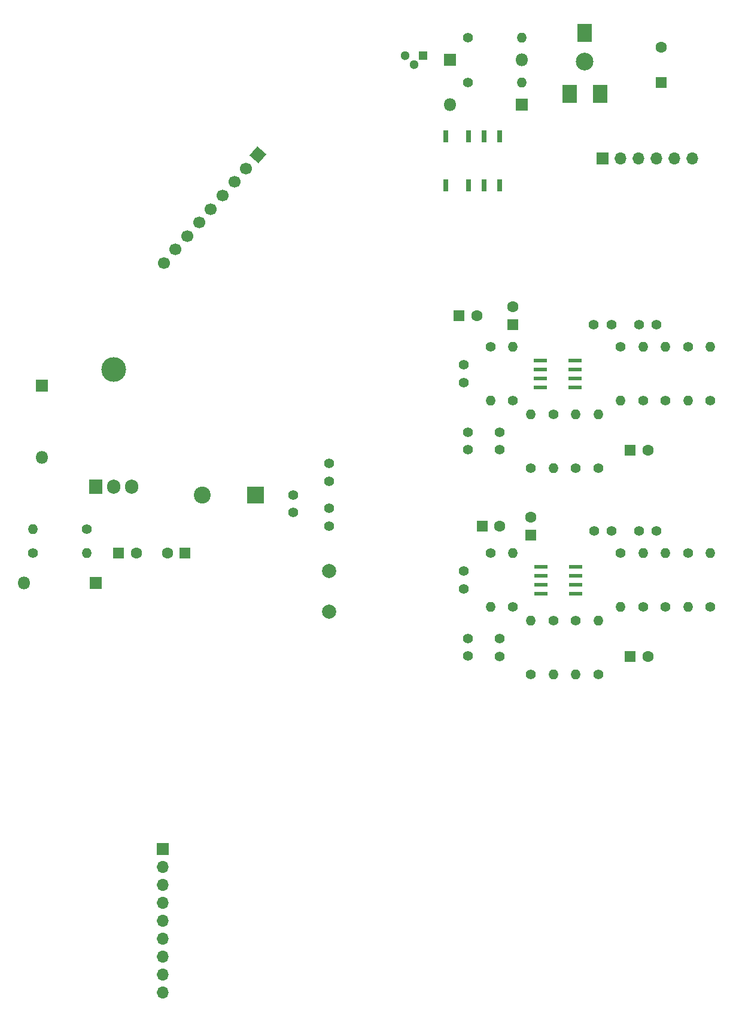
<source format=gbr>
%TF.GenerationSoftware,KiCad,Pcbnew,8.0.7-8.0.7-0~ubuntu22.04.1*%
%TF.CreationDate,2025-01-06T19:22:07+01:00*%
%TF.ProjectId,RIAA,52494141-2e6b-4696-9361-645f70636258,0.1*%
%TF.SameCoordinates,Original*%
%TF.FileFunction,Soldermask,Top*%
%TF.FilePolarity,Negative*%
%FSLAX46Y46*%
G04 Gerber Fmt 4.6, Leading zero omitted, Abs format (unit mm)*
G04 Created by KiCad (PCBNEW 8.0.7-8.0.7-0~ubuntu22.04.1) date 2025-01-06 19:22:07*
%MOMM*%
%LPD*%
G01*
G04 APERTURE LIST*
G04 Aperture macros list*
%AMHorizOval*
0 Thick line with rounded ends*
0 $1 width*
0 $2 $3 position (X,Y) of the first rounded end (center of the circle)*
0 $4 $5 position (X,Y) of the second rounded end (center of the circle)*
0 Add line between two ends*
20,1,$1,$2,$3,$4,$5,0*
0 Add two circle primitives to create the rounded ends*
1,1,$1,$2,$3*
1,1,$1,$4,$5*%
%AMRotRect*
0 Rectangle, with rotation*
0 The origin of the aperture is its center*
0 $1 length*
0 $2 width*
0 $3 Rotation angle, in degrees counterclockwise*
0 Add horizontal line*
21,1,$1,$2,0,0,$3*%
G04 Aperture macros list end*
%ADD10C,1.400000*%
%ADD11O,1.400000X1.400000*%
%ADD12R,1.800000X1.800000*%
%ADD13O,1.800000X1.800000*%
%ADD14R,1.600000X1.600000*%
%ADD15C,1.600000*%
%ADD16R,1.300000X1.300000*%
%ADD17C,1.300000*%
%ADD18C,2.000000*%
%ADD19C,2.500000*%
%ADD20R,2.000000X2.500000*%
%ADD21R,0.800000X1.800000*%
%ADD22R,1.981200X0.558800*%
%ADD23RotRect,1.700000X1.700000X319.000000*%
%ADD24HorizOval,1.700000X0.000000X0.000000X0.000000X0.000000X0*%
%ADD25R,1.700000X1.700000*%
%ADD26O,1.700000X1.700000*%
%ADD27R,2.400000X2.400000*%
%ADD28C,2.400000*%
%ADD29C,3.500000*%
%ADD30R,1.905000X2.000000*%
%ADD31O,1.905000X2.000000*%
G04 APERTURE END LIST*
D10*
%TO.C,R205*%
X222885000Y-110490000D03*
D11*
X222885000Y-102870000D03*
%TD*%
D10*
%TO.C,R111*%
X248285000Y-130175000D03*
D11*
X248285000Y-122555000D03*
%TD*%
D10*
%TO.C,R107*%
X232410000Y-139700000D03*
D11*
X232410000Y-132080000D03*
%TD*%
D12*
%TO.C,D7*%
X221615000Y-59055000D03*
D13*
X211455000Y-59055000D03*
%TD*%
D10*
%TO.C,C203*%
X213995000Y-107930000D03*
X213995000Y-105430000D03*
%TD*%
D14*
%TO.C,C29*%
X173925113Y-122555000D03*
D15*
X171425113Y-122555000D03*
%TD*%
D10*
%TO.C,R112*%
X245110000Y-122555000D03*
D11*
X245110000Y-130175000D03*
%TD*%
D10*
%TO.C,C201*%
X213360000Y-98405000D03*
X213360000Y-95905000D03*
%TD*%
%TO.C,R206*%
X229235000Y-110490000D03*
D11*
X229235000Y-102870000D03*
%TD*%
D10*
%TO.C,R19*%
X160020000Y-119190000D03*
D11*
X152400000Y-119190000D03*
%TD*%
D10*
%TO.C,C101*%
X213360000Y-127615000D03*
X213360000Y-125115000D03*
%TD*%
D16*
%TO.C,BC1*%
X207645000Y-52070000D03*
D17*
X206375000Y-53340000D03*
X205105000Y-52070000D03*
%TD*%
D10*
%TO.C,C28*%
X194310000Y-109855000D03*
X194310000Y-112355000D03*
%TD*%
%TO.C,R210*%
X235585000Y-93345000D03*
D11*
X235585000Y-100965000D03*
%TD*%
D18*
%TO.C,TP1*%
X194310000Y-130810000D03*
%TD*%
D14*
%TO.C,C107*%
X222885000Y-119975000D03*
D15*
X222885000Y-117475000D03*
%TD*%
D10*
%TO.C,C102*%
X218440000Y-134660000D03*
X218440000Y-137160000D03*
%TD*%
D14*
%TO.C,C106*%
X215964888Y-118745000D03*
D15*
X218464888Y-118745000D03*
%TD*%
D19*
%TO.C,RV1*%
X230505000Y-52945000D03*
D20*
X232655000Y-57545000D03*
X230505000Y-48895000D03*
X228355000Y-57545000D03*
%TD*%
D10*
%TO.C,R202*%
X217170000Y-93345000D03*
D11*
X217170000Y-100965000D03*
%TD*%
D10*
%TO.C,R207*%
X232410000Y-110490000D03*
D11*
X232410000Y-102870000D03*
%TD*%
D10*
%TO.C,R104*%
X226060000Y-132080000D03*
D11*
X226060000Y-139700000D03*
%TD*%
D14*
%TO.C,C33*%
X241300000Y-55880000D03*
D15*
X241300000Y-50880000D03*
%TD*%
D10*
%TO.C,C205*%
X231775000Y-90170000D03*
X234275000Y-90170000D03*
%TD*%
%TO.C,C104*%
X240645000Y-119380000D03*
X238145000Y-119380000D03*
%TD*%
D21*
%TO.C,K1*%
X210830000Y-70500000D03*
X214030000Y-70500000D03*
X216230000Y-70500000D03*
X218430000Y-70500000D03*
X218430000Y-63500000D03*
X216230000Y-63500000D03*
X214030000Y-63500000D03*
X210830000Y-63500000D03*
%TD*%
D14*
%TO.C,C207*%
X220345000Y-90170000D03*
D15*
X220345000Y-87670000D03*
%TD*%
D22*
%TO.C,U5*%
X224307400Y-124460000D03*
X224307400Y-125730000D03*
X224307400Y-127000000D03*
X224307400Y-128270000D03*
X229235000Y-128270000D03*
X229235000Y-127000000D03*
X229235000Y-125730000D03*
X229235000Y-124460000D03*
%TD*%
D10*
%TO.C,R203*%
X220345000Y-100965000D03*
D11*
X220345000Y-93345000D03*
%TD*%
D14*
%TO.C,C108*%
X236919888Y-137160000D03*
D15*
X239419888Y-137160000D03*
%TD*%
D23*
%TO.C,P8*%
X184250000Y-66150000D03*
D24*
X182583610Y-68066962D03*
X180917220Y-69983925D03*
X179250830Y-71900887D03*
X177584440Y-73817849D03*
X175918050Y-75734812D03*
X174251660Y-77651774D03*
X172585270Y-79568736D03*
X170918881Y-81485699D03*
%TD*%
D10*
%TO.C,C105*%
X231795000Y-119380000D03*
X234295000Y-119380000D03*
%TD*%
%TO.C,R204*%
X226060000Y-102870000D03*
D11*
X226060000Y-110490000D03*
%TD*%
D10*
%TO.C,R109*%
X238760000Y-130175000D03*
D11*
X238760000Y-122555000D03*
%TD*%
D10*
%TO.C,C32*%
X189230000Y-116820000D03*
X189230000Y-114320000D03*
%TD*%
D18*
%TO.C,TP2*%
X194310000Y-125095000D03*
%TD*%
D10*
%TO.C,R211*%
X248285000Y-100965000D03*
D11*
X248285000Y-93345000D03*
%TD*%
D12*
%TO.C,D6*%
X161290000Y-126810000D03*
D13*
X151130000Y-126810000D03*
%TD*%
D10*
%TO.C,C202*%
X218440000Y-105430000D03*
X218440000Y-107930000D03*
%TD*%
%TO.C,R108*%
X241935000Y-130175000D03*
D11*
X241935000Y-122555000D03*
%TD*%
D10*
%TO.C,R208*%
X241935000Y-100965000D03*
D11*
X241935000Y-93345000D03*
%TD*%
D10*
%TO.C,C103*%
X213995000Y-137140000D03*
X213995000Y-134640000D03*
%TD*%
D25*
%TO.C,P9*%
X233045000Y-66675000D03*
D26*
X235585000Y-66675000D03*
X238125000Y-66675000D03*
X240665000Y-66675000D03*
X243205000Y-66675000D03*
X245745000Y-66675000D03*
%TD*%
D10*
%TO.C,R22*%
X213995000Y-55880000D03*
D11*
X221615000Y-55880000D03*
%TD*%
D12*
%TO.C,D8*%
X211455000Y-52705000D03*
D13*
X221615000Y-52705000D03*
%TD*%
D27*
%TO.C,C31*%
X183905216Y-114300000D03*
D28*
X176405216Y-114300000D03*
%TD*%
D10*
%TO.C,R212*%
X245110000Y-93345000D03*
D11*
X245110000Y-100965000D03*
%TD*%
D14*
%TO.C,C208*%
X236919888Y-107950000D03*
D15*
X239419888Y-107950000D03*
%TD*%
D10*
%TO.C,R21*%
X213995000Y-49530000D03*
D11*
X221615000Y-49530000D03*
%TD*%
D10*
%TO.C,R209*%
X238760000Y-100965000D03*
D11*
X238760000Y-93345000D03*
%TD*%
D10*
%TO.C,R20*%
X152400000Y-122555000D03*
D11*
X160020000Y-122555000D03*
%TD*%
D22*
%TO.C,U6*%
X224231200Y-95250000D03*
X224231200Y-96520000D03*
X224231200Y-97790000D03*
X224231200Y-99060000D03*
X229158800Y-99060000D03*
X229158800Y-97790000D03*
X229158800Y-96520000D03*
X229158800Y-95250000D03*
%TD*%
D14*
%TO.C,C206*%
X212725000Y-88900000D03*
D15*
X215225000Y-88900000D03*
%TD*%
D10*
%TO.C,R103*%
X220345000Y-130175000D03*
D11*
X220345000Y-122555000D03*
%TD*%
D14*
%TO.C,C30*%
X164529888Y-122555000D03*
D15*
X167029888Y-122555000D03*
%TD*%
D10*
%TO.C,C27*%
X194310000Y-118725000D03*
X194310000Y-116225000D03*
%TD*%
%TO.C,R106*%
X229235000Y-132080000D03*
D11*
X229235000Y-139700000D03*
%TD*%
D10*
%TO.C,R110*%
X235585000Y-122555000D03*
D11*
X235585000Y-130175000D03*
%TD*%
D10*
%TO.C,R105*%
X222885000Y-139700000D03*
D11*
X222885000Y-132080000D03*
%TD*%
D29*
%TO.C,U7*%
X163830000Y-96520000D03*
D30*
X161290000Y-113180000D03*
D31*
X163830000Y-113180000D03*
X166370000Y-113180000D03*
%TD*%
D25*
%TO.C,P11*%
X170815000Y-164465000D03*
D26*
X170815000Y-167005000D03*
X170815000Y-169545000D03*
X170815000Y-172085000D03*
X170815000Y-174625000D03*
X170815000Y-177165000D03*
X170815000Y-179705000D03*
X170815000Y-182245000D03*
X170815000Y-184785000D03*
%TD*%
D10*
%TO.C,C204*%
X240645000Y-90170000D03*
X238145000Y-90170000D03*
%TD*%
%TO.C,R102*%
X217171000Y-122555000D03*
D11*
X217171000Y-130175000D03*
%TD*%
D12*
%TO.C,D5*%
X153670000Y-98870000D03*
D13*
X153670000Y-109030000D03*
%TD*%
M02*

</source>
